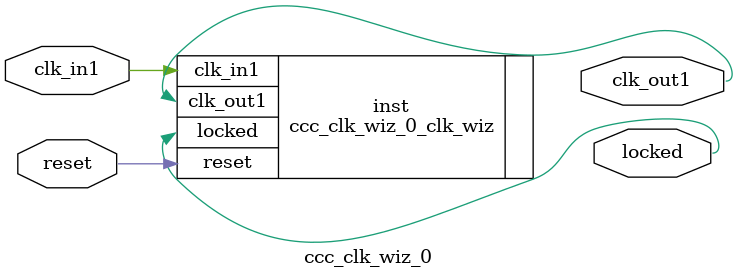
<source format=v>


`timescale 1ps/1ps

(* CORE_GENERATION_INFO = "ccc_clk_wiz_0,clk_wiz_v6_0_13_0_0,{component_name=ccc_clk_wiz_0,use_phase_alignment=true,use_min_o_jitter=false,use_max_i_jitter=false,use_dyn_phase_shift=false,use_inclk_switchover=false,use_dyn_reconfig=false,enable_axi=0,feedback_source=FDBK_AUTO,PRIMITIVE=MMCM,num_out_clk=1,clkin1_period=10.000,clkin2_period=10.000,use_power_down=false,use_reset=true,use_locked=true,use_inclk_stopped=false,feedback_type=SINGLE,CLOCK_MGR_TYPE=NA,manual_override=false}" *)

module ccc_clk_wiz_0 
 (
  // Clock out ports
  output        clk_out1,
  // Status and control signals
  input         reset,
  output        locked,
 // Clock in ports
  input         clk_in1
 );

  ccc_clk_wiz_0_clk_wiz inst
  (
  // Clock out ports  
  .clk_out1(clk_out1),
  // Status and control signals               
  .reset(reset), 
  .locked(locked),
 // Clock in ports
  .clk_in1(clk_in1)
  );

endmodule

</source>
